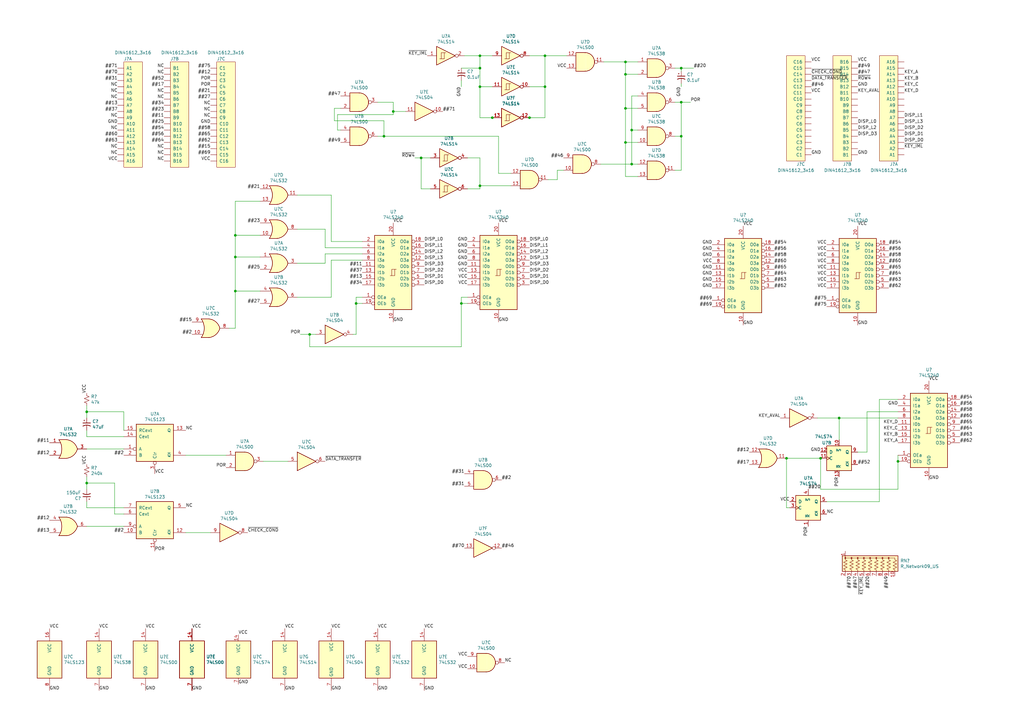
<source format=kicad_sch>
(kicad_sch (version 20230121) (generator eeschema)
  (paper "A3")
  (lib_symbols
    (symbol "74xx:74LS00" (pin_names (offset 1.016))
      (property "Reference" "U" (at 0 1.27 0))
      (property "Value" "74LS00" (at 0 -1.27 0))
      (symbol "74LS00_1_1"
        (pin input line (at -7.62 2.54 0) (length 3.81) (name "~") (number "1"))
        (pin input line (at -7.62 -2.54 0) (length 3.81) (name "~") (number "2"))
        (pin output inverted (at 7.62 0 180) (length 3.81) (name "~") (number "3"))
      )
      (symbol "74LS00_1_2"
        (pin input inverted (at -7.62 2.54 0) (length 4.318) (name "~") (number "1"))
        (pin input inverted (at -7.62 -2.54 0) (length 4.318) (name "~") (number "2"))
        (pin output line (at 7.62 0 180) (length 3.81) (name "~") (number "3"))
      )
      (symbol "74LS00_2_1"
        (pin input line (at -7.62 2.54 0) (length 3.81) (name "~") (number "4"))
        (pin input line (at -7.62 -2.54 0) (length 3.81) (name "~") (number "5"))
        (pin output inverted (at 7.62 0 180) (length 3.81) (name "~") (number "6"))
      )
      (symbol "74LS00_2_2"
        (pin input inverted (at -7.62 2.54 0) (length 4.318) (name "~") (number "4"))
        (pin input inverted (at -7.62 -2.54 0) (length 4.318) (name "~") (number "5"))
        (pin output line (at 7.62 0 180) (length 3.81) (name "~") (number "6"))
      )
      (symbol "74LS00_3_1"
        (pin input line (at -7.62 -2.54 0) (length 3.81) (name "~") (number "10"))
        (pin output inverted (at 7.62 0 180) (length 3.81) (name "~") (number "8"))
        (pin input line (at -7.62 2.54 0) (length 3.81) (name "~") (number "9"))
      )
      (symbol "74LS00_3_2"
        (pin input inverted (at -7.62 -2.54 0) (length 4.318) (name "~") (number "10"))
        (pin output line (at 7.62 0 180) (length 3.81) (name "~") (number "8"))
        (pin input inverted (at -7.62 2.54 0) (length 4.318) (name "~") (number "9"))
      )
      (symbol "74LS00_4_1"
        (pin output inverted (at 7.62 0 180) (length 3.81) (name "~") (number "11"))
        (pin input line (at -7.62 2.54 0) (length 3.81) (name "~") (number "12"))
        (pin input line (at -7.62 -2.54 0) (length 3.81) (name "~") (number "13"))
      )
      (symbol "74LS00_4_2"
        (pin output line (at 7.62 0 180) (length 3.81) (name "~") (number "11"))
        (pin input inverted (at -7.62 2.54 0) (length 4.318) (name "~") (number "12"))
        (pin input inverted (at -7.62 -2.54 0) (length 4.318) (name "~") (number "13"))
      )
      (symbol "74LS00_5_0"
        (pin power_in line (at 0 12.7 270) (length 5.08) (name "VCC") (number "14"))
        (pin power_in line (at 0 -12.7 90) (length 5.08) (name "GND") (number "7"))
      )
    )
    (symbol "74xx:74LS04"
      (property "Reference" "U" (at 0 1.27 0))
      (property "Value" "74LS04" (at 0 -1.27 0))
      (symbol "74LS04_1_0"
        (pin input line (at -7.62 0 0) (length 3.81) (name "~") (number "1"))
        (pin output inverted (at 7.62 0 180) (length 3.81) (name "~") (number "2"))
      )
      (symbol "74LS04_2_0"
        (pin input line (at -7.62 0 0) (length 3.81) (name "~") (number "3"))
        (pin output inverted (at 7.62 0 180) (length 3.81) (name "~") (number "4"))
      )
      (symbol "74LS04_3_0"
        (pin input line (at -7.62 0 0) (length 3.81) (name "~") (number "5"))
        (pin output inverted (at 7.62 0 180) (length 3.81) (name "~") (number "6"))
      )
      (symbol "74LS04_4_0"
        (pin output inverted (at 7.62 0 180) (length 3.81) (name "~") (number "8"))
        (pin input line (at -7.62 0 0) (length 3.81) (name "~") (number "9"))
      )
      (symbol "74LS04_5_0"
        (pin output inverted (at 7.62 0 180) (length 3.81) (name "~") (number "10"))
        (pin input line (at -7.62 0 0) (length 3.81) (name "~") (number "11"))
      )
      (symbol "74LS04_6_0"
        (pin output inverted (at 7.62 0 180) (length 3.81) (name "~") (number "12"))
        (pin input line (at -7.62 0 0) (length 3.81) (name "~") (number "13"))
      )
      (symbol "74LS04_7_0"
        (pin power_in line (at 0 12.7 270) (length 5.08) (name "VCC") (number "14"))
        (pin power_in line (at 0 -12.7 90) (length 5.08) (name "GND") (number "7"))
      )
    )
    (symbol "74xx:74LS123" (pin_names (offset 1.016))
      (property "Reference" "U" (at -7.62 8.89 0))
      (property "Value" "74LS123" (at -7.62 -8.89 0))
      (symbol "74LS123_1_0"
        (pin input inverted (at -12.7 -2.54 0) (length 5.08) (name "A") (number "1"))
        (pin output line (at 12.7 5.08 180) (length 5.08) (name "Q") (number "13"))
        (pin input line (at -12.7 2.54 0) (length 5.08) (name "Cext") (number "14"))
        (pin input line (at -12.7 5.08 0) (length 5.08) (name "RCext") (number "15"))
        (pin input line (at -12.7 -5.08 0) (length 5.08) (name "B") (number "2"))
        (pin input inverted (at 0 -12.7 90) (length 5.08) (name "Clr") (number "3"))
        (pin output line (at 12.7 -5.08 180) (length 5.08) (name "~{Q}") (number "4"))
      )
      (symbol "74LS123_2_0"
        (pin input line (at -12.7 -5.08 0) (length 5.08) (name "B") (number "10"))
        (pin input inverted (at 0 -12.7 90) (length 5.08) (name "Clr") (number "11"))
        (pin output line (at 12.7 -5.08 180) (length 5.08) (name "~{Q}") (number "12"))
        (pin output line (at 12.7 5.08 180) (length 5.08) (name "Q") (number "5"))
        (pin input line (at -12.7 2.54 0) (length 5.08) (name "Cext") (number "6"))
        (pin input line (at -12.7 5.08 0) (length 5.08) (name "RCext") (number "7"))
        (pin input inverted (at -12.7 -2.54 0) (length 5.08) (name "A") (number "9"))
      )
      (symbol "74LS123_3_0"
        (pin power_in line (at 0 12.7 270) (length 5.08) (name "VCC") (number "16"))
        (pin power_in line (at 0 -12.7 90) (length 5.08) (name "GND") (number "8"))
      )
    )
    (symbol "74xx:74LS14" (pin_names (offset 1.016))
      (property "Reference" "U" (at 0 1.27 0))
      (property "Value" "74LS14" (at 0 -1.27 0))
      (symbol "74LS14_1_0"
        (pin input line (at -7.62 0 0) (length 3.81) (name "~") (number "1"))
        (pin output inverted (at 7.62 0 180) (length 3.81) (name "~") (number "2"))
      )
      (symbol "74LS14_2_0"
        (pin input line (at -7.62 0 0) (length 3.81) (name "~") (number "3"))
        (pin output inverted (at 7.62 0 180) (length 3.81) (name "~") (number "4"))
      )
      (symbol "74LS14_3_0"
        (pin input line (at -7.62 0 0) (length 3.81) (name "~") (number "5"))
        (pin output inverted (at 7.62 0 180) (length 3.81) (name "~") (number "6"))
      )
      (symbol "74LS14_4_0"
        (pin output inverted (at 7.62 0 180) (length 3.81) (name "~") (number "8"))
        (pin input line (at -7.62 0 0) (length 3.81) (name "~") (number "9"))
      )
      (symbol "74LS14_5_0"
        (pin output inverted (at 7.62 0 180) (length 3.81) (name "~") (number "10"))
        (pin input line (at -7.62 0 0) (length 3.81) (name "~") (number "11"))
      )
      (symbol "74LS14_6_0"
        (pin output inverted (at 7.62 0 180) (length 3.81) (name "~") (number "12"))
        (pin input line (at -7.62 0 0) (length 3.81) (name "~") (number "13"))
      )
      (symbol "74LS14_7_0"
        (pin power_in line (at 0 12.7 270) (length 5.08) (name "VCC") (number "14"))
        (pin power_in line (at 0 -12.7 90) (length 5.08) (name "GND") (number "7"))
      )
    )
    (symbol "74xx:74LS240" (pin_names (offset 1.016))
      (property "Reference" "U" (at -7.62 16.51 0))
      (property "Value" "74LS240" (at -7.62 -16.51 0))
      (symbol "74LS240_1_0"
        (pin input inverted (at -12.7 -10.16 0) (length 5.08) (name "OEa") (number "1"))
        (pin power_in line (at 0 -20.32 90) (length 5.08) (name "GND") (number "10"))
        (pin input line (at -12.7 2.54 0) (length 5.08) (name "I0b") (number "11"))
        (pin tri_state inverted (at 12.7 5.08 180) (length 5.08) (name "O3a") (number "12"))
        (pin input line (at -12.7 0 0) (length 5.08) (name "I1b") (number "13"))
        (pin tri_state inverted (at 12.7 7.62 180) (length 5.08) (name "O2a") (number "14"))
        (pin input line (at -12.7 -2.54 0) (length 5.08) (name "I2b") (number "15"))
        (pin tri_state inverted (at 12.7 10.16 180) (length 5.08) (name "O1a") (number "16"))
        (pin input line (at -12.7 -5.08 0) (length 5.08) (name "I3b") (number "17"))
        (pin tri_state inverted (at 12.7 12.7 180) (length 5.08) (name "O0a") (number "18"))
        (pin input inverted (at -12.7 -12.7 0) (length 5.08) (name "OEb") (number "19"))
        (pin input line (at -12.7 12.7 0) (length 5.08) (name "I0a") (number "2"))
        (pin power_in line (at 0 20.32 270) (length 5.08) (name "VCC") (number "20"))
        (pin tri_state inverted (at 12.7 -5.08 180) (length 5.08) (name "O3b") (number "3"))
        (pin input line (at -12.7 10.16 0) (length 5.08) (name "I1a") (number "4"))
        (pin tri_state inverted (at 12.7 -2.54 180) (length 5.08) (name "O2b") (number "5"))
        (pin input line (at -12.7 7.62 0) (length 5.08) (name "I2a") (number "6"))
        (pin tri_state inverted (at 12.7 0 180) (length 5.08) (name "O1b") (number "7"))
        (pin input line (at -12.7 5.08 0) (length 5.08) (name "I3a") (number "8"))
        (pin tri_state inverted (at 12.7 2.54 180) (length 5.08) (name "O0b") (number "9"))
      )
    )
    (symbol "74xx:74LS32" (pin_names (offset 1.016))
      (property "Reference" "U" (at 0 1.27 0))
      (property "Value" "74LS32" (at 0 -1.27 0))
      (symbol "74LS32_1_1"
        (pin input line (at -7.62 2.54 0) (length 4.318) (name "~") (number "1"))
        (pin input line (at -7.62 -2.54 0) (length 4.318) (name "~") (number "2"))
        (pin output line (at 7.62 0 180) (length 3.81) (name "~") (number "3"))
      )
      (symbol "74LS32_1_2"
        (pin input inverted (at -7.62 2.54 0) (length 3.81) (name "~") (number "1"))
        (pin input inverted (at -7.62 -2.54 0) (length 3.81) (name "~") (number "2"))
        (pin output inverted (at 7.62 0 180) (length 3.81) (name "~") (number "3"))
      )
      (symbol "74LS32_2_1"
        (pin input line (at -7.62 2.54 0) (length 4.318) (name "~") (number "4"))
        (pin input line (at -7.62 -2.54 0) (length 4.318) (name "~") (number "5"))
        (pin output line (at 7.62 0 180) (length 3.81) (name "~") (number "6"))
      )
      (symbol "74LS32_2_2"
        (pin input inverted (at -7.62 2.54 0) (length 3.81) (name "~") (number "4"))
        (pin input inverted (at -7.62 -2.54 0) (length 3.81) (name "~") (number "5"))
        (pin output inverted (at 7.62 0 180) (length 3.81) (name "~") (number "6"))
      )
      (symbol "74LS32_3_1"
        (pin input line (at -7.62 -2.54 0) (length 4.318) (name "~") (number "10"))
        (pin output line (at 7.62 0 180) (length 3.81) (name "~") (number "8"))
        (pin input line (at -7.62 2.54 0) (length 4.318) (name "~") (number "9"))
      )
      (symbol "74LS32_3_2"
        (pin input inverted (at -7.62 -2.54 0) (length 3.81) (name "~") (number "10"))
        (pin output inverted (at 7.62 0 180) (length 3.81) (name "~") (number "8"))
        (pin input inverted (at -7.62 2.54 0) (length 3.81) (name "~") (number "9"))
      )
      (symbol "74LS32_4_1"
        (pin output line (at 7.62 0 180) (length 3.81) (name "~") (number "11"))
        (pin input line (at -7.62 2.54 0) (length 4.318) (name "~") (number "12"))
        (pin input line (at -7.62 -2.54 0) (length 4.318) (name "~") (number "13"))
      )
      (symbol "74LS32_4_2"
        (pin output inverted (at 7.62 0 180) (length 3.81) (name "~") (number "11"))
        (pin input inverted (at -7.62 2.54 0) (length 3.81) (name "~") (number "12"))
        (pin input inverted (at -7.62 -2.54 0) (length 3.81) (name "~") (number "13"))
      )
      (symbol "74LS32_5_0"
        (pin power_in line (at 0 12.7 270) (length 5.08) (name "VCC") (number "14"))
        (pin power_in line (at 0 -12.7 90) (length 5.08) (name "GND") (number "7"))
      )
    )
    (symbol "74xx:74LS38" (pin_names (offset 1.016))
      (property "Reference" "U" (at 0 1.27 0))
      (property "Value" "74LS38" (at 0 -1.27 0))
      (symbol "74LS38_1_1"
        (pin input line (at -7.62 2.54 0) (length 3.81) (name "~") (number "1"))
        (pin input line (at -7.62 -2.54 0) (length 3.81) (name "~") (number "2"))
        (pin open_collector inverted (at 7.62 0 180) (length 3.81) (name "~") (number "3"))
      )
      (symbol "74LS38_1_2"
        (pin input inverted (at -7.62 2.54 0) (length 4.318) (name "~") (number "1"))
        (pin input inverted (at -7.62 -2.54 0) (length 4.318) (name "~") (number "2"))
        (pin open_collector line (at 7.62 0 180) (length 3.81) (name "~") (number "3"))
      )
      (symbol "74LS38_2_1"
        (pin input line (at -7.62 2.54 0) (length 3.81) (name "~") (number "4"))
        (pin input line (at -7.62 -2.54 0) (length 3.81) (name "~") (number "5"))
        (pin open_collector inverted (at 7.62 0 180) (length 3.81) (name "~") (number "6"))
      )
      (symbol "74LS38_2_2"
        (pin input inverted (at -7.62 2.54 0) (length 4.318) (name "~") (number "4"))
        (pin input inverted (at -7.62 -2.54 0) (length 4.318) (name "~") (number "5"))
        (pin open_collector line (at 7.62 0 180) (length 3.81) (name "~") (number "6"))
      )
      (symbol "74LS38_3_1"
        (pin input line (at -7.62 -2.54 0) (length 3.81) (name "~") (number "10"))
        (pin open_collector inverted (at 7.62 0 180) (length 3.81) (name "~") (number "8"))
        (pin input line (at -7.62 2.54 0) (length 3.81) (name "~") (number "9"))
      )
      (symbol "74LS38_3_2"
        (pin input inverted (at -7.62 -2.54 0) (length 4.318) (name "~") (number "10"))
        (pin open_collector line (at 7.62 0 180) (length 3.81) (name "~") (number "8"))
        (pin input inverted (at -7.62 2.54 0) (length 4.318) (name "~") (number "9"))
      )
      (symbol "74LS38_4_1"
        (pin open_collector inverted (at 7.62 0 180) (length 3.81) (name "~") (number "11"))
        (pin input line (at -7.62 2.54 0) (length 3.81) (name "~") (number "12"))
        (pin input line (at -7.62 -2.54 0) (length 3.81) (name "~") (number "13"))
      )
      (symbol "74LS38_4_2"
        (pin open_collector line (at 7.62 0 180) (length 3.81) (name "~") (number "11"))
        (pin input inverted (at -7.62 2.54 0) (length 4.318) (name "~") (number "12"))
        (pin input inverted (at -7.62 -2.54 0) (length 4.318) (name "~") (number "13"))
      )
      (symbol "74LS38_5_0"
        (pin power_in line (at 0 12.7 270) (length 5.08) (name "VCC") (number "14"))
        (pin power_in line (at 0 -12.7 90) (length 5.08) (name "GND") (number "7"))
      )
    )
    (symbol "74xx:74LS74" (pin_names (offset 1.016))
      (property "Reference" "U" (at -7.62 8.89 0))
      (property "Value" "74LS74" (at -7.62 -8.89 0))
      (symbol "74LS74_1_0"
        (pin input line (at 0 -7.62 90) (length 2.54) (name "~{R}") (number "1"))
        (pin input line (at -7.62 2.54 0) (length 2.54) (name "D") (number "2"))
        (pin input clock (at -7.62 0 0) (length 2.54) (name "C") (number "3"))
        (pin input line (at 0 7.62 270) (length 2.54) (name "~{S}") (number "4"))
        (pin output line (at 7.62 2.54 180) (length 2.54) (name "Q") (number "5"))
        (pin output line (at 7.62 -2.54 180) (length 2.54) (name "~{Q}") (number "6"))
      )
      (symbol "74LS74_2_0"
        (pin input line (at 0 7.62 270) (length 2.54) (name "~{S}") (number "10"))
        (pin input clock (at -7.62 0 0) (length 2.54) (name "C") (number "11"))
        (pin input line (at -7.62 2.54 0) (length 2.54) (name "D") (number "12"))
        (pin input line (at 0 -7.62 90) (length 2.54) (name "~{R}") (number "13"))
        (pin output line (at 7.62 -2.54 180) (length 2.54) (name "~{Q}") (number "8"))
        (pin output line (at 7.62 2.54 180) (length 2.54) (name "Q") (number "9"))
      )
      (symbol "74LS74_3_0"
        (pin power_in line (at 0 10.16 270) (length 2.54) (name "VCC") (number "14"))
        (pin power_in line (at 0 -10.16 90) (length 2.54) (name "GND") (number "7"))
      )
    )
    (symbol "Device:C_Polarized_Small_US" (pin_numbers hide) (pin_names (offset 0.254) hide)
      (property "Reference" "C" (at 0.254 1.778 0))
      (property "Value" "C_Polarized_Small_US" (at 0.254 -2.032 0))
      (symbol "C_Polarized_Small_US_1_1"
        (pin passive line (at 0 2.54 270) (length 2.032) (name "~") (number "1"))
        (pin passive line (at 0 -2.54 90) (length 2.032) (name "~") (number "2"))
      )
    )
    (symbol "Device:R_Network09_US" (pin_names (offset 0) hide)
      (property "Reference" "RN" (at -12.7 0 90))
      (property "Value" "R_Network09_US" (at 12.7 0 90))
      (symbol "R_Network09_US_1_1"
        (pin passive line (at -10.16 5.08 270) (length 2.54) (name "common") (number "1"))
        (pin passive line (at 10.16 -5.08 90) (length 1.27) (name "R9") (number "10"))
        (pin passive line (at -10.16 -5.08 90) (length 1.27) (name "R1") (number "2"))
        (pin passive line (at -7.62 -5.08 90) (length 1.27) (name "R2") (number "3"))
        (pin passive line (at -5.08 -5.08 90) (length 1.27) (name "R3") (number "4"))
        (pin passive line (at -2.54 -5.08 90) (length 1.27) (name "R4") (number "5"))
        (pin passive line (at 0 -5.08 90) (length 1.27) (name "R5") (number "6"))
        (pin passive line (at 2.54 -5.08 90) (length 1.27) (name "R6") (number "7"))
        (pin passive line (at 5.08 -5.08 90) (length 1.27) (name "R7") (number "8"))
        (pin passive line (at 7.62 -5.08 90) (length 1.27) (name "R8") (number "9"))
      )
    )
    (symbol "Device:R_Small_US" (pin_numbers hide) (pin_names (offset 0.254) hide)
      (property "Reference" "R" (at 0.762 0.508 0))
      (property "Value" "R_Small_US" (at 0.762 -1.016 0))
      (symbol "R_Small_US_1_1"
        (pin passive line (at 0 2.54 270) (length 1.016) (name "~") (number "1"))
        (pin passive line (at 0 -2.54 90) (length 1.016) (name "~") (number "2"))
      )
    )
    (symbol "custom:DIN41612_3x16" (pin_names (offset 1.016))
      (property "Reference" "J" (at 0 -2.54 0))
      (property "Value" "DIN41612_3x16" (at 0 0 0))
      (symbol "DIN41612_3x16_1_1"
        (pin unspecified line (at -6.35 -6.35 0) (length 2.54) (name "A1") (number "~"))
        (pin unspecified line (at -6.35 -29.21 0) (length 2.54) (name "A10") (number "~"))
        (pin unspecified line (at -6.35 -31.75 0) (length 2.54) (name "A11") (number "~"))
        (pin unspecified line (at -6.35 -34.29 0) (length 2.54) (name "A12") (number "~"))
        (pin unspecified line (at -6.35 -36.83 0) (length 2.54) (name "A13") (number "~"))
        (pin unspecified line (at -6.35 -39.37 0) (length 2.54) (name "A14") (number "~"))
        (pin unspecified line (at -6.35 -41.91 0) (length 2.54) (name "A15") (number "~"))
        (pin unspecified line (at -6.35 -44.45 0) (length 2.54) (name "A16") (number "~"))
        (pin unspecified line (at -6.35 -8.89 0) (length 2.54) (name "A2") (number "~"))
        (pin unspecified line (at -6.35 -11.43 0) (length 2.54) (name "A3") (number "~"))
        (pin unspecified line (at -6.35 -13.97 0) (length 2.54) (name "A4") (number "~"))
        (pin unspecified line (at -6.35 -16.51 0) (length 2.54) (name "A5") (number "~"))
        (pin unspecified line (at -6.35 -19.05 0) (length 2.54) (name "A6") (number "~"))
        (pin unspecified line (at -6.35 -21.59 0) (length 2.54) (name "A7") (number "~"))
        (pin unspecified line (at -6.35 -24.13 0) (length 2.54) (name "A8") (number "~"))
        (pin unspecified line (at -6.35 -26.67 0) (length 2.54) (name "A9") (number "~"))
      )
      (symbol "DIN41612_3x16_2_1"
        (pin unspecified line (at -6.35 -6.35 0) (length 2.54) (name "B1") (number "~"))
        (pin unspecified line (at -6.35 -29.21 0) (length 2.54) (name "B10") (number "~"))
        (pin unspecified line (at -6.35 -31.75 0) (length 2.54) (name "B11") (number "~"))
        (pin unspecified line (at -6.35 -34.29 0) (length 2.54) (name "B12") (number "~"))
        (pin unspecified line (at -6.35 -36.83 0) (length 2.54) (name "B13") (number "~"))
        (pin unspecified line (at -6.35 -39.37 0) (length 2.54) (name "B14") (number "~"))
        (pin unspecified line (at -6.35 -41.91 0) (length 2.54) (name "B15") (number "~"))
        (pin unspecified line (at -6.35 -44.45 0) (length 2.54) (name "B16") (number "~"))
        (pin unspecified line (at -6.35 -8.89 0) (length 2.54) (name "B2") (number "~"))
        (pin unspecified line (at -6.35 -11.43 0) (length 2.54) (name "B3") (number "~"))
        (pin unspecified line (at -6.35 -13.97 0) (length 2.54) (name "B4") (number "~"))
        (pin unspecified line (at -6.35 -16.51 0) (length 2.54) (name "B5") (number "~"))
        (pin unspecified line (at -6.35 -19.05 0) (length 2.54) (name "B6") (number "~"))
        (pin unspecified line (at -6.35 -21.59 0) (length 2.54) (name "B7") (number "~"))
        (pin unspecified line (at -6.35 -24.13 0) (length 2.54) (name "B8") (number "~"))
        (pin unspecified line (at -6.35 -26.67 0) (length 2.54) (name "B9") (number "~"))
      )
      (symbol "DIN41612_3x16_3_1"
        (pin unspecified line (at -6.35 -6.35 0) (length 2.54) (name "C1") (number "~"))
        (pin unspecified line (at -6.35 -29.21 0) (length 2.54) (name "C10") (number "~"))
        (pin unspecified line (at -6.35 -31.75 0) (length 2.54) (name "C11") (number "~"))
        (pin unspecified line (at -6.35 -34.29 0) (length 2.54) (name "C12") (number "~"))
        (pin unspecified line (at -6.35 -36.83 0) (length 2.54) (name "C13") (number "~"))
        (pin unspecified line (at -6.35 -39.37 0) (length 2.54) (name "C14") (number "~"))
        (pin unspecified line (at -6.35 -41.91 0) (length 2.54) (name "C15") (number "~"))
        (pin unspecified line (at -6.35 -44.45 0) (length 2.54) (name "C16") (number "~"))
        (pin unspecified line (at -6.35 -8.89 0) (length 2.54) (name "C2") (number "~"))
        (pin unspecified line (at -6.35 -11.43 0) (length 2.54) (name "C3") (number "~"))
        (pin unspecified line (at -6.35 -13.97 0) (length 2.54) (name "C4") (number "~"))
        (pin unspecified line (at -6.35 -16.51 0) (length 2.54) (name "C5") (number "~"))
        (pin unspecified line (at -6.35 -19.05 0) (length 2.54) (name "C6") (number "~"))
        (pin unspecified line (at -6.35 -21.59 0) (length 2.54) (name "C7") (number "~"))
        (pin unspecified line (at -6.35 -24.13 0) (length 2.54) (name "C8") (number "~"))
        (pin unspecified line (at -6.35 -26.67 0) (length 2.54) (name "C9") (number "~"))
      )
    )
  )
  (junction (at 256.54 25.4))
  (junction (at 259.08 53.34))
  (junction (at 223.52 35.56))
  (junction (at 157.48 55.88))
  (junction (at 344.17 171.45))
  (junction (at 196.85 27.94))
  (junction (at 259.08 67.31))
  (junction (at 279.4 27.94))
  (junction (at 279.4 55.88))
  (junction (at 146.05 124.46))
  (junction (at 35.56 168.91))
  (junction (at 256.54 44.45))
  (junction (at 201.93 48.26))
  (junction (at 189.23 124.46))
  (junction (at 96.52 96.52))
  (junction (at 96.52 105.41))
  (junction (at 279.4 41.91))
  (junction (at 368.3 189.23))
  (junction (at 336.55 187.96))
  (junction (at 196.85 35.56))
  (junction (at 256.54 30.48))
  (junction (at 256.54 58.42))
  (junction (at 161.29 45.72))
  (junction (at 96.52 119.38))
  (junction (at 217.17 48.26))
  (junction (at 127 137.16))
  (junction (at 172.72 64.77))
  (junction (at 196.85 76.2))
  (junction (at 196.85 22.86))
  (junction (at 322.58 187.96))
  (junction (at 223.52 22.86))
  (junction (at 35.56 198.12))
  (wire (pts (xy 223.52 35.56) (xy 217.17 35.56)))
  (wire (pts (xy 204.47 71.12) (xy 209.55 71.12)))
  (wire (pts (xy 161.29 45.72) (xy 166.37 45.72)))
  (wire (pts (xy 223.52 22.86) (xy 217.17 22.86)))
  (wire (pts (xy 261.62 58.42) (xy 256.54 58.42)))
  (wire (pts (xy 196.85 22.86) (xy 201.93 22.86)))
  (wire (pts (xy 196.85 22.86) (xy 196.85 27.94)))
  (wire (pts (xy 344.17 171.45) (xy 368.3 171.45)))
  (wire (pts (xy 259.08 39.37) (xy 261.62 39.37)))
  (wire (pts (xy 189.23 27.94) (xy 196.85 27.94)))
  (wire (pts (xy 146.05 137.16) (xy 146.05 124.46)))
  (wire (pts (xy 355.6 168.91) (xy 355.6 185.42)))
  (wire (pts (xy 96.52 119.38) (xy 96.52 105.41)))
  (wire (pts (xy 137.16 44.45) (xy 137.16 49.53)))
  (wire (pts (xy 189.23 124.46) (xy 191.77 124.46)))
  (wire (pts (xy 189.23 124.46) (xy 189.23 142.24)))
  (wire (pts (xy 261.62 30.48) (xy 256.54 30.48)))
  (wire (pts (xy 201.93 48.26) (xy 196.85 48.26)))
  (wire (pts (xy 246.38 67.31) (xy 259.08 67.31)))
  (wire (pts (xy 322.58 208.28) (xy 323.85 208.28)))
  (wire (pts (xy 360.68 205.74) (xy 360.68 163.83)))
  (wire (pts (xy 256.54 58.42) (xy 256.54 44.45)))
  (wire (pts (xy 157.48 49.53) (xy 157.48 55.88)))
  (wire (pts (xy 96.52 134.62) (xy 93.98 134.62)))
  (wire (pts (xy 157.48 55.88) (xy 204.47 55.88)))
  (wire (pts (xy 146.05 124.46) (xy 146.05 121.92)))
  (wire (pts (xy 223.52 22.86) (xy 223.52 35.56)))
  (wire (pts (xy 256.54 25.4) (xy 261.62 25.4)))
  (wire (pts (xy 217.17 48.26) (xy 223.52 48.26)))
  (wire (pts (xy 139.7 53.34) (xy 138.43 53.34)))
  (wire (pts (xy 146.05 124.46) (xy 148.59 124.46)))
  (wire (pts (xy 196.85 35.56) (xy 201.93 35.56)))
  (wire (pts (xy 232.41 22.86) (xy 223.52 22.86)))
  (wire (pts (xy 279.4 35.56) (xy 279.4 34.29)))
  (wire (pts (xy 133.35 93.98) (xy 133.35 101.6)))
  (wire (pts (xy 279.4 55.88) (xy 276.86 55.88)))
  (wire (pts (xy 50.8 168.91) (xy 35.56 168.91)))
  (wire (pts (xy 135.89 106.68) (xy 148.59 106.68)))
  (wire (pts (xy 204.47 55.88) (xy 204.47 71.12)))
  (wire (pts (xy 170.18 64.77) (xy 172.72 64.77)))
  (wire (pts (xy 76.2 218.44) (xy 86.36 218.44)))
  (wire (pts (xy 135.89 80.01) (xy 135.89 99.06)))
  (wire (pts (xy 35.56 184.15) (xy 50.8 184.15)))
  (wire (pts (xy 261.62 72.39) (xy 256.54 72.39)))
  (wire (pts (xy 138.43 46.99) (xy 161.29 46.99)))
  (wire (pts (xy 368.3 189.23) (xy 368.3 200.66)))
  (wire (pts (xy 256.54 30.48) (xy 256.54 25.4)))
  (wire (pts (xy 189.23 35.56) (xy 189.23 33.02)))
  (wire (pts (xy 121.92 107.95) (xy 133.35 107.95)))
  (wire (pts (xy 96.52 96.52) (xy 96.52 105.41)))
  (wire (pts (xy 133.35 107.95) (xy 133.35 104.14)))
  (wire (pts (xy 259.08 53.34) (xy 259.08 39.37)))
  (wire (pts (xy 154.94 41.91) (xy 161.29 41.91)))
  (wire (pts (xy 190.5 22.86) (xy 196.85 22.86)))
  (wire (pts (xy 279.4 69.85) (xy 279.4 55.88)))
  (wire (pts (xy 322.58 187.96) (xy 322.58 208.28)))
  (wire (pts (xy 121.92 93.98) (xy 133.35 93.98)))
  (wire (pts (xy 139.7 44.45) (xy 137.16 44.45)))
  (wire (pts (xy 121.92 80.01) (xy 135.89 80.01)))
  (wire (pts (xy 35.56 198.12) (xy 35.56 200.66)))
  (wire (pts (xy 196.85 76.2) (xy 196.85 77.47)))
  (wire (pts (xy 106.68 119.38) (xy 96.52 119.38)))
  (wire (pts (xy 196.85 27.94) (xy 196.85 35.56)))
  (wire (pts (xy 35.56 168.91) (xy 35.56 171.45)))
  (wire (pts (xy 228.6 69.85) (xy 231.14 69.85)))
  (wire (pts (xy 135.89 99.06) (xy 148.59 99.06)))
  (wire (pts (xy 279.4 29.21) (xy 279.4 27.94)))
  (wire (pts (xy 196.85 48.26) (xy 196.85 35.56)))
  (wire (pts (xy 196.85 64.77) (xy 196.85 76.2)))
  (wire (pts (xy 360.68 163.83) (xy 368.3 163.83)))
  (wire (pts (xy 50.8 176.53) (xy 50.8 168.91)))
  (wire (pts (xy 146.05 121.92) (xy 148.59 121.92)))
  (wire (pts (xy 261.62 44.45) (xy 256.54 44.45)))
  (wire (pts (xy 259.08 53.34) (xy 261.62 53.34)))
  (wire (pts (xy 107.95 189.23) (xy 118.11 189.23)))
  (wire (pts (xy 322.58 187.96) (xy 336.55 187.96)))
  (wire (pts (xy 256.54 72.39) (xy 256.54 58.42)))
  (wire (pts (xy 138.43 53.34) (xy 138.43 46.99)))
  (wire (pts (xy 46.99 198.12) (xy 35.56 198.12)))
  (wire (pts (xy 196.85 77.47) (xy 191.77 77.47)))
  (wire (pts (xy 96.52 96.52) (xy 106.68 96.52)))
  (wire (pts (xy 259.08 67.31) (xy 261.62 67.31)))
  (wire (pts (xy 224.79 73.66) (xy 228.6 73.66)))
  (wire (pts (xy 35.56 215.9) (xy 50.8 215.9)))
  (wire (pts (xy 35.56 205.74) (xy 35.56 208.28)))
  (wire (pts (xy 276.86 27.94) (xy 279.4 27.94)))
  (wire (pts (xy 137.16 49.53) (xy 157.48 49.53)))
  (wire (pts (xy 35.56 166.37) (xy 35.56 168.91)))
  (wire (pts (xy 106.68 82.55) (xy 96.52 82.55)))
  (wire (pts (xy 46.99 210.82) (xy 46.99 198.12)))
  (wire (pts (xy 161.29 41.91) (xy 161.29 45.72)))
  (wire (pts (xy 189.23 121.92) (xy 189.23 124.46)))
  (wire (pts (xy 135.89 121.92) (xy 135.89 106.68)))
  (wire (pts (xy 35.56 179.07) (xy 50.8 179.07)))
  (wire (pts (xy 189.23 142.24) (xy 127 142.24)))
  (wire (pts (xy 96.52 119.38) (xy 96.52 134.62)))
  (wire (pts (xy 96.52 105.41) (xy 106.68 105.41)))
  (wire (pts (xy 228.6 73.66) (xy 228.6 69.85)))
  (wire (pts (xy 247.65 25.4) (xy 256.54 25.4)))
  (wire (pts (xy 154.94 55.88) (xy 157.48 55.88)))
  (wire (pts (xy 161.29 46.99) (xy 161.29 45.72)))
  (wire (pts (xy 279.4 41.91) (xy 279.4 55.88)))
  (wire (pts (xy 144.78 137.16) (xy 146.05 137.16)))
  (wire (pts (xy 35.56 176.53) (xy 35.56 179.07)))
  (wire (pts (xy 123.19 137.16) (xy 127 137.16)))
  (wire (pts (xy 172.72 64.77) (xy 176.53 64.77)))
  (wire (pts (xy 191.77 121.92) (xy 189.23 121.92)))
  (wire (pts (xy 133.35 104.14) (xy 148.59 104.14)))
  (wire (pts (xy 368.3 168.91) (xy 355.6 168.91)))
  (wire (pts (xy 209.55 76.2) (xy 196.85 76.2)))
  (wire (pts (xy 336.55 200.66) (xy 336.55 187.96)))
  (wire (pts (xy 283.21 41.91) (xy 279.4 41.91)))
  (wire (pts (xy 344.17 171.45) (xy 344.17 180.34)))
  (wire (pts (xy 279.4 27.94) (xy 284.48 27.94)))
  (wire (pts (xy 276.86 41.91) (xy 279.4 41.91)))
  (wire (pts (xy 50.8 210.82) (xy 46.99 210.82)))
  (wire (pts (xy 256.54 44.45) (xy 256.54 30.48)))
  (wire (pts (xy 127 137.16) (xy 129.54 137.16)))
  (wire (pts (xy 276.86 69.85) (xy 279.4 69.85)))
  (wire (pts (xy 368.3 200.66) (xy 336.55 200.66)))
  (wire (pts (xy 121.92 121.92) (xy 135.89 121.92)))
  (wire (pts (xy 335.28 171.45) (xy 344.17 171.45)))
  (wire (pts (xy 172.72 64.77) (xy 172.72 77.47)))
  (wire (pts (xy 223.52 48.26) (xy 223.52 35.56)))
  (wire (pts (xy 339.09 205.74) (xy 360.68 205.74)))
  (wire (pts (xy 96.52 82.55) (xy 96.52 96.52)))
  (wire (pts (xy 368.3 186.69) (xy 368.3 189.23)))
  (wire (pts (xy 35.56 195.58) (xy 35.56 198.12)))
  (wire (pts (xy 127 142.24) (xy 127 137.16)))
  (wire (pts (xy 76.2 186.69) (xy 92.71 186.69)))
  (wire (pts (xy 191.77 64.77) (xy 196.85 64.77)))
  (wire (pts (xy 35.56 208.28) (xy 50.8 208.28)))
  (wire (pts (xy 355.6 185.42) (xy 351.79 185.42)))
  (wire (pts (xy 172.72 77.47) (xy 176.53 77.47)))
  (wire (pts (xy 133.35 101.6) (xy 148.59 101.6)))
  (wire (pts (xy 259.08 67.31) (xy 259.08 53.34)))
  (label "##31" (at 190.5 199.39 180))
  (label "POR" (at 92.71 191.77 180))
  (label "##21" (at 86.36 38.1 180))
  (label "VCC" (at 323.85 205.74 180))
  (label "POR" (at 123.19 137.16 180))
  (label "##56" (at 364.49 102.87 0))
  (label "POR" (at 344.17 195.58 270))
  (label "##65" (at 393.7 173.99 0))
  (label "GND" (at 189.23 35.56 270))
  (label "##69" (at 86.36 63.5 180))
  (label "##65" (at 364.49 110.49 0))
  (label "##64" (at 317.5 113.03 0))
  (label "VCC" (at 339.09 113.03 180))
  (label "VCC" (at 135.89 257.81 0))
  (label "##56" (at 67.31 55.88 180))
  (label "##58" (at 393.7 168.91 0))
  (label "GND" (at 97.79 280.67 0))
  (label "GND" (at 351.79 133.35 0))
  (label "GND" (at 161.29 132.08 0))
  (label "##56" (at 317.5 102.87 0))
  (label "GND" (at 78.74 283.21 0))
  (label "VCC" (at 232.41 27.94 180))
  (label "GND" (at 292.1 113.03 180))
  (label "VCC" (at 191.77 274.32 180))
  (label "NC" (at 67.31 60.96 180))
  (label "DISP_L3" (at 217.17 106.68 0))
  (label "##49" (at 139.7 58.42 180))
  (label "##34" (at 67.31 43.18 180))
  (label "GND" (at 351.79 63.5 0))
  (label "##11" (at 20.32 181.61 180))
  (label "GND" (at 292.1 110.49 180))
  (label "GND" (at 292.1 118.11 180))
  (label "VCC" (at 48.26 66.04 180))
  (label "DISP_D1" (at 370.84 55.88 0))
  (label "##47" (at 351.79 236.22 270))
  (label "KEY_D" (at 368.3 173.99 180))
  (label "##54" (at 393.7 163.83 0))
  (label "##49" (at 364.49 236.22 270))
  (label "##52" (at 351.79 190.5 0))
  (label "##64" (at 364.49 113.03 0))
  (label "GND" (at 20.32 283.21 0))
  (label "##62" (at 364.49 118.11 0))
  (label "GND" (at 154.94 283.21 0))
  (label "GND" (at 292.1 105.41 180))
  (label "GND" (at 59.69 283.21 0))
  (label "VCC" (at 339.09 115.57 180))
  (label "VCC" (at 304.8 92.71 0))
  (label "##2" (at 78.74 137.16 180))
  (label "##65" (at 317.5 110.49 0))
  (label "KEY_AVAL" (at 351.79 38.1 0))
  (label "GND" (at 292.1 100.33 180))
  (label "VCC" (at 339.09 110.49 180))
  (label "##75" (at 86.36 27.94 180))
  (label "~{DATA_TRANSFER}" (at 332.74 33.02 0))
  (label "##25" (at 106.68 110.49 180))
  (label "GND" (at 116.84 283.21 0))
  (label "##62" (at 393.7 181.61 0))
  (label "KEY_B" (at 370.84 33.02 0))
  (label "NC" (at 86.36 48.26 180))
  (label "VCC" (at 35.56 190.5 90))
  (label "##31" (at 48.26 33.02 180))
  (label "GND" (at 40.64 283.21 0))
  (label "GND" (at 279.4 35.56 270))
  (label "DISP_D3" (at 217.17 109.22 0))
  (label "VCC" (at 381 156.21 0))
  (label "##47" (at 139.7 39.37 180))
  (label "##11" (at 148.59 109.22 180))
  (label "POR" (at 86.36 33.02 180))
  (label "##12" (at 86.36 30.48 180))
  (label "##27" (at 86.36 40.64 180))
  (label "##15" (at 78.74 132.08 180))
  (label "##46" (at 231.14 64.77 180))
  (label "##58" (at 86.36 53.34 180))
  (label "POR" (at 63.5 226.06 0))
  (label "##17" (at 307.34 190.5 180))
  (label "NC" (at 86.36 43.18 180))
  (label "DISP_D1" (at 173.99 114.3 0))
  (label "##23" (at 106.68 91.44 180))
  (label "NC" (at 67.31 63.5 180))
  (label "##70" (at 48.26 30.48 180))
  (label "VCC" (at 86.36 66.04 180))
  (label "DISP_D2" (at 370.84 53.34 0))
  (label "##69" (at 292.1 125.73 180))
  (label "##2" (at 50.8 218.44 180))
  (label "POR" (at 283.21 41.91 0))
  (label "GND" (at 135.89 283.21 0))
  (label "##62" (at 86.36 58.42 180))
  (label "~{ROW4}" (at 351.79 33.02 0))
  (label "##54" (at 364.49 100.33 0))
  (label "##64" (at 67.31 58.42 180))
  (label "##70" (at 190.5 224.79 180))
  (label "##65" (at 86.36 55.88 180))
  (label "VCC" (at 191.77 114.3 180))
  (label "NC" (at 76.2 208.28 0))
  (label "##60" (at 364.49 107.95 0))
  (label "##75" (at 339.09 123.19 180))
  (label "DISP_D1" (at 217.17 114.3 0))
  (label "##13" (at 148.59 114.3 180))
  (label "##63" (at 393.7 179.07 0))
  (label "##12" (at 20.32 213.36 180))
  (label "NC" (at 48.26 40.64 180))
  (label "VCC" (at 332.74 25.4 0))
  (label "VCC" (at 191.77 269.24 180))
  (label "VCC" (at 292.1 107.95 180))
  (label "NC" (at 67.31 38.1 180))
  (label "DISP_L2" (at 351.79 53.34 0))
  (label "GND" (at 292.1 115.57 180))
  (label "##75" (at 339.09 125.73 180))
  (label "VCC" (at 35.56 161.29 90))
  (label "##11" (at 67.31 48.26 180))
  (label "GND" (at 368.3 166.37 180))
  (label "VCC" (at 339.09 107.95 180))
  (label "GND" (at 336.55 185.42 180))
  (label "VCC" (at 161.29 91.44 0))
  (label "POR" (at 86.36 35.56 180))
  (label "NC" (at 339.09 210.82 0))
  (label "NC" (at 48.26 48.26 180))
  (label "##56" (at 393.7 166.37 0))
  (label "VCC" (at 59.69 257.81 0))
  (label "##27" (at 106.68 124.46 180))
  (label "##54" (at 67.31 53.34 180))
  (label "##20" (at 331.47 200.66 0))
  (label "DISP_D0" (at 217.17 116.84 0))
  (label "NC" (at 48.26 63.5 180))
  (label "GND" (at 191.77 99.06 180))
  (label "##21" (at 106.68 77.47 180))
  (label "GND" (at 191.77 109.22 180))
  (label "##2" (at 50.8 186.69 180))
  (label "##13" (at 20.32 218.44 180))
  (label "KEY_C" (at 368.3 176.53 180))
  (label "NC" (at 67.31 66.04 180))
  (label "DISP_L2" (at 217.17 104.14 0))
  (label "##20" (at 284.48 27.94 0))
  (label "##23" (at 67.31 45.72 180))
  (label "GND" (at 48.26 50.8 180))
  (label "##13" (at 48.26 43.18 180))
  (label "~{KEY_IML}" (at 175.26 22.86 180))
  (label "DISP_L3" (at 173.99 106.68 0))
  (label "KEY_B" (at 368.3 179.07 180))
  (label "##58" (at 364.49 105.41 0))
  (label "VCC" (at 339.09 118.11 180))
  (label "DISP_D2" (at 217.17 111.76 0))
  (label "##64" (at 393.7 176.53 0))
  (label "NC" (at 76.2 176.53 0))
  (label "~{CHECK_COND}" (at 332.74 30.48 0))
  (label "##47" (at 351.79 30.48 0))
  (label "KEY_A" (at 368.3 181.61 180))
  (label "DISP_L1" (at 173.99 101.6 0))
  (label "VCC" (at 173.99 257.81 0))
  (label "VCC" (at 191.77 111.76 180))
  (label "NC" (at 67.31 30.48 180))
  (label "~{KEY_IML}" (at 370.84 60.96 0))
  (label "VCC" (at 204.47 91.44 0))
  (label "KEY_D" (at 370.84 38.1 0))
  (label "##58" (at 317.5 105.41 0))
  (label "NC" (at 48.26 60.96 180))
  (label "##31" (at 190.5 194.31 180))
  (label "VCC" (at 63.5 194.31 0))
  (label "NC" (at 207.01 271.78 0))
  (label "##34" (at 148.59 116.84 180))
  (label "KEY_A" (at 370.84 30.48 0))
  (label "NC" (at 48.26 38.1 180))
  (label "##63" (at 317.5 115.57 0))
  (label "##15" (at 86.36 60.96 180))
  (label "##2" (at 205.74 196.85 0))
  (label "##37" (at 148.59 111.76 180))
  (label "##46" (at 332.74 35.56 0))
  (label "##69" (at 292.1 123.19 180))
  (label "NC" (at 48.26 53.34 180))
  (label "VCC" (at 154.94 257.81 0))
  (label "GND" (at 204.47 132.08 0))
  (label "~{KEY_IML}" (at 354.33 236.22 270))
  (label "##52" (at 67.31 33.02 180))
  (label "GND" (at 381 196.85 0))
  (label "DISP_L1" (at 370.84 48.26 0))
  (label "GND" (at 191.77 106.68 180))
  (label "GND" (at 292.1 102.87 180))
  (label "NC" (at 67.31 40.64 180))
  (label "DISP_L0" (at 173.99 99.06 0))
  (label "GND" (at 332.74 63.5 0))
  (label "##60" (at 393.7 171.45 0))
  (label "##71" (at 48.26 27.94 180))
  (label "DISP_L0" (at 217.17 99.06 0))
  (label "VCC" (at 191.77 116.84 180))
  (label "GND" (at 191.77 101.6 180))
  (label "GND" (at 191.77 104.14 180))
  (label "GND" (at 351.79 35.56 0))
  (label "DISP_D3" (at 351.79 55.88 0))
  (label "GND" (at 304.8 133.35 0))
  (label "GND" (at 173.99 283.21 0))
  (label "~{DATA_TRANSFER}" (at 133.35 189.23 0))
  (label "VCC" (at 351.79 92.71 0))
  (label "DISP_D0" (at 173.99 116.84 0))
  (label "VCC" (at 116.84 257.81 0))
  (label "NC" (at 48.26 35.56 180))
  (label "DISP_D0" (at 370.84 58.42 0))
  (label "GND" (at 86.36 50.8 180))
  (label "VCC" (at 20.32 257.81 0))
  (label "POR" (at 331.47 215.9 270))
  (label "DISP_L1" (at 217.17 101.6 0))
  (label "VCC" (at 339.09 100.33 180))
  (label "##54" (at 317.5 100.33 0))
  (label "##70" (at 349.25 236.22 270))
  (label "##60" (at 48.26 55.88 180))
  (label "VCC" (at 332.74 38.1 0))
  (label "KEY_AVAL" (at 320.04 171.45 180))
  (label "NC" (at 86.36 45.72 180))
  (label "VCC" (at 339.09 105.41 180))
  (label "DISP_L3" (at 370.84 50.8 0))
  (label "##25" (at 67.31 50.8 180))
  (label "VCC" (at 78.74 257.81 0))
  (label "##63" (at 48.26 58.42 180))
  (label "VCC" (at 97.79 260.35 0))
  (label "##62" (at 317.5 118.11 0))
  (label "##12" (at 20.32 186.69 180))
  (label "DISP_L0" (at 351.79 50.8 0))
  (label "~{ROW4}" (at 170.18 64.77 180))
  (label "~{CHECK_COND}" (at 101.6 218.44 0))
  (label "VCC" (at 40.64 257.81 0))
  (label "##71" (at 181.61 45.72 0))
  (label "DISP_D3" (at 173.99 109.22 0))
  (label "##63" (at 364.49 115.57 0))
  (label "##12" (at 307.34 185.42 180))
  (label "##60" (at 317.5 107.95 0))
  (label "KEY_C" (at 370.84 35.56 0))
  (label "DISP_L2" (at 173.99 104.14 0))
  (label "##46" (at 205.74 224.79 0))
  (label "VCC" (at 351.79 25.4 0))
  (label "##17" (at 67.31 35.56 180))
  (label "##49" (at 351.79 27.94 0))
  (label "##20" (at 356.87 236.22 270))
  (label "VCC" (at 339.09 102.87 180))
  (label "NC" (at 67.31 27.94 180))
  (label "DISP_D2" (at 173.99 111.76 0))
  (label "##37" (at 48.26 45.72 180))
  (symbol (lib_id "custom:DIN41612_3x16") (at 54.61 21.59 0) (unit 1)
    (property "Reference" "J?" (at 50.8 24.13 0) (effects (justify left)))
    (property "Value" "DIN41612_3x16" (at 46.99 21.59 0) (effects (justify left)))
  )
  (symbol (lib_id "custom:DIN41612_3x16") (at 73.66 21.59 0) (unit 2)
    (property "Reference" "J?" (at 69.85 24.13 0) (effects (justify left)))
    (property "Value" "DIN41612_3x16" (at 66.04 21.59 0) (effects (justify left)))
  )
  (symbol (lib_id "custom:DIN41612_3x16") (at 92.71 21.59 0) (unit 3)
    (property "Reference" "J?" (at 88.9 24.13 0) (effects (justify left)))
    (property "Value" "DIN41612_3x16" (at 85.09 21.59 0) (effects (justify left)))
  )
  (symbol (lib_id "custom:DIN41612_3x16") (at 364.49 69.85 180) (unit 1)
    (property "Reference" "J?" (at 368.3 67.31 0) (effects (justify left)))
    (property "Value" "DIN41612_3x16" (at 372.11 69.85 0) (effects (justify left)))
  )
  (symbol (lib_id "custom:DIN41612_3x16") (at 345.44 69.85 180) (unit 2)
    (property "Reference" "J?" (at 349.25 67.31 0) (effects (justify left)))
    (property "Value" "DIN41612_3x16" (at 353.06 69.85 0) (effects (justify left)))
  )
  (symbol (lib_id "custom:DIN41612_3x16") (at 326.39 69.85 180) (unit 3)
    (property "Reference" "J?" (at 330.2 67.31 0) (effects (justify left)))
    (property "Value" "DIN41612_3x16" (at 334.01 69.85 0) (effects (justify left)))
  )
  (symbol (lib_id "74xx:74LS123") (at 63.5 181.61 0) (unit 1)
    (property "Reference" "U?" (at 63.5 169.7482 0))
    (property "Value" "74LS123" (at 63.5 172.0596 0))
    (property "Datasheet" "http://www.ti.com/lit/gpn/sn74LS123" (effects hide))
  )
  (symbol (lib_id "74xx:74LS123") (at 63.5 213.36 0) (unit 2)
    (property "Reference" "U?" (at 63.5 201.4982 0))
    (property "Value" "74LS123" (at 63.5 203.8096 0))
    (property "Datasheet" "http://www.ti.com/lit/gpn/sn74LS123" (effects hide))
  )
  (symbol (lib_id "74xx:74LS123") (at 20.32 270.51 0) (unit 3)
    (property "Reference" "U?" (at 26.162 269.3416 0) (effects (justify left)))
    (property "Value" "74LS123" (at 26.162 271.653 0) (effects (justify left)))
    (property "Datasheet" "http://www.ti.com/lit/gpn/sn74LS123" (effects hide))
  )
  (symbol (lib_id "74xx:74LS38") (at 269.24 27.94 0) (unit 1)
    (property "Reference" "U?" (at 269.24 19.685 0))
    (property "Value" "74LS38" (at 269.24 21.9964 0))
    (property "Datasheet" "http://www.ti.com/lit/gpn/sn74LS38" (effects hide))
  )
  (symbol (lib_id "74xx:74LS38") (at 269.24 41.91 0) (unit 2)
    (property "Reference" "U?" (at 269.24 33.655 0))
    (property "Value" "74LS38" (at 269.24 35.9664 0))
    (property "Datasheet" "http://www.ti.com/lit/gpn/sn74LS38" (effects hide))
  )
  (symbol (lib_id "74xx:74LS38") (at 269.24 55.88 0) (unit 3)
    (property "Reference" "U?" (at 269.24 47.625 0))
    (property "Value" "74LS38" (at 269.24 49.9364 0))
    (property "Datasheet" "http://www.ti.com/lit/gpn/sn74LS38" (effects hide))
  )
  (symbol (lib_id "74xx:74LS38") (at 269.24 69.85 0) (unit 4)
    (property "Reference" "U?" (at 269.24 61.595 0))
    (property "Value" "74LS38" (at 269.24 63.9064 0))
    (property "Datasheet" "http://www.ti.com/lit/gpn/sn74LS38" (effects hide))
  )
  (symbol (lib_id "74xx:74LS38") (at 40.64 270.51 0) (unit 5)
    (property "Reference" "U?" (at 46.482 269.3416 0) (effects (justify left)))
    (property "Value" "74LS38" (at 46.482 271.653 0) (effects (justify left)))
    (property "Datasheet" "http://www.ti.com/lit/gpn/sn74LS38" (effects hide))
  )
  (symbol (lib_id "74xx:74LS00") (at 100.33 189.23 0) (unit 1)
    (property "Reference" "U?" (at 100.33 180.975 0))
    (property "Value" "74LS00" (at 100.33 183.2864 0))
    (property "Datasheet" "http://www.ti.com/lit/gpn/sn74ls00" (effects hide))
  )
  (symbol (lib_id "74xx:74LS00") (at 198.12 196.85 0) (unit 2)
    (property "Reference" "U?" (at 198.12 188.595 0))
    (property "Value" "74LS00" (at 198.12 190.9064 0))
    (property "Datasheet" "http://www.ti.com/lit/gpn/sn74ls00" (effects hide))
  )
  (symbol (lib_id "74xx:74LS00") (at 199.39 271.78 0) (unit 3)
    (property "Reference" "U?" (at 199.39 263.525 0))
    (property "Value" "74LS00" (at 199.39 265.8364 0))
    (property "Datasheet" "http://www.ti.com/lit/gpn/sn74ls00" (effects hide))
  )
  (symbol (lib_id "74xx:74LS00") (at 240.03 25.4 0) (unit 4)
    (property "Reference" "U?" (at 240.03 17.145 0))
    (property "Value" "74LS00" (at 240.03 19.4564 0))
    (property "Datasheet" "http://www.ti.com/lit/gpn/sn74ls00" (effects hide))
  )
  (symbol (lib_id "74xx:74LS00") (at 59.69 270.51 0) (unit 5)
    (property "Reference" "U?" (at 65.532 269.3416 0) (effects (justify left)))
    (property "Value" "74LS00" (at 65.532 271.653 0) (effects (justify left)))
    (property "Datasheet" "http://www.ti.com/lit/gpn/sn74ls00" (effects hide))
  )
  (symbol (lib_id "74xx:74LS00") (at 147.32 41.91 0) (unit 1)
    (property "Reference" "U?" (at 147.32 33.655 0))
    (property "Value" "74LS00" (at 147.32 35.9664 0))
    (property "Datasheet" "http://www.ti.com/lit/gpn/sn74ls00" (effects hide))
  )
  (symbol (lib_id "74xx:74LS00") (at 147.32 55.88 0) (unit 2)
    (property "Reference" "U?" (at 147.32 47.625 0))
    (property "Value" "74LS00" (at 147.32 49.9364 0))
    (property "Datasheet" "http://www.ti.com/lit/gpn/sn74ls00" (effects hide))
  )
  (symbol (lib_id "74xx:74LS00") (at 238.76 67.31 0) (unit 3)
    (property "Reference" "U?" (at 238.76 59.055 0))
    (property "Value" "74LS00" (at 238.76 61.3664 0))
    (property "Datasheet" "http://www.ti.com/lit/gpn/sn74ls00" (effects hide))
  )
  (symbol (lib_id "74xx:74LS00") (at 217.17 73.66 0) (unit 4)
    (property "Reference" "U?" (at 217.17 65.405 0))
    (property "Value" "74LS00" (at 217.17 67.7164 0))
    (property "Datasheet" "http://www.ti.com/lit/gpn/sn74ls00" (effects hide))
  )
  (symbol (lib_id "74xx:74LS00") (at 78.74 270.51 0) (unit 5)
    (property "Reference" "U?" (at 84.582 269.3416 0) (effects (justify left)))
    (property "Value" "74LS00" (at 84.582 271.653 0) (effects (justify left)))
    (property "Datasheet" "http://www.ti.com/lit/gpn/sn74ls00" (effects hide))
  )
  (symbol (lib_id "74xx:74LS74") (at 331.47 208.28 0) (unit 1)
    (property "Reference" "U?" (at 331.47 196.0626 0))
    (property "Value" "74LS74" (at 331.47 198.374 0))
    (property "Datasheet" "74xx/74hc_hct74.pdf" (effects hide))
  )
  (symbol (lib_id "74xx:74LS74") (at 344.17 187.96 0) (unit 2)
    (property "Reference" "U?" (at 339.09 181.61 0))
    (property "Value" "74LS74" (at 337.82 179.07 0))
    (property "Datasheet" "74xx/74hc_hct74.pdf" (effects hide))
  )
  (symbol (lib_id "74xx:74LS74") (at 97.79 270.51 0) (unit 3)
    (property "Reference" "U?" (at 103.632 269.3416 0) (effects (justify left)))
    (property "Value" "74LS74" (at 103.632 271.653 0) (effects (justify left)))
    (property "Datasheet" "74xx/74hc_hct74.pdf" (effects hide))
  )
  (symbol (lib_id "74xx:74LS14") (at 182.88 22.86 0) (unit 1)
    (property "Reference" "U?" (at 182.88 14.8082 0))
    (property "Value" "74LS14" (at 182.88 17.1196 0))
    (property "Datasheet" "http://www.ti.com/lit/gpn/sn74LS14" (effects hide))
  )
  (symbol (lib_id "74xx:74LS14") (at 184.15 64.77 0) (unit 2)
    (property "Reference" "U?" (at 184.15 56.7182 0))
    (property "Value" "74LS14" (at 184.15 59.0296 0))
    (property "Datasheet" "http://www.ti.com/lit/gpn/sn74LS14" (effects hide))
  )
  (symbol (lib_id "74xx:74LS14") (at 184.15 77.47 0) (unit 3)
    (property "Reference" "U?" (at 184.15 69.4182 0))
    (property "Value" "74LS14" (at 184.15 71.7296 0))
    (property "Datasheet" "http://www.ti.com/lit/gpn/sn74LS14" (effects hide))
  )
  (symbol (lib_id "74xx:74LS14") (at 209.55 22.86 0) (unit 4)
    (property "Reference" "U?" (at 209.55 14.8082 0))
    (property "Value" "74LS14" (at 209.55 17.1196 0))
    (property "Datasheet" "http://www.ti.com/lit/gpn/sn74LS14" (effects hide))
  )
  (symbol (lib_id "74xx:74LS14") (at 209.55 35.56 0) (unit 5)
    (property "Reference" "U?" (at 209.55 27.5082 0))
    (property "Value" "74LS14" (at 209.55 29.8196 0))
    (property "Datasheet" "http://www.ti.com/lit/gpn/sn74LS14" (effects hide))
  )
  (symbol (lib_id "74xx:74LS14") (at 209.55 48.26 0) (unit 6)
    (property "Reference" "U?" (at 209.55 40.2082 0))
    (property "Value" "74LS14" (at 209.55 42.5196 0))
    (property "Datasheet" "http://www.ti.com/lit/gpn/sn74LS14" (effects hide))
  )
  (symbol (lib_id "74xx:74LS14") (at 116.84 270.51 0) (unit 7)
    (property "Reference" "U?" (at 122.682 269.3416 0) (effects (justify left)))
    (property "Value" "74LS14" (at 122.682 271.653 0) (effects (justify left)))
    (property "Datasheet" "http://www.ti.com/lit/gpn/sn74LS14" (effects hide))
  )
  (symbol (lib_id "74xx:74LS04") (at 327.66 171.45 0) (unit 1)
    (property "Reference" "U?" (at 327.66 163.3982 0))
    (property "Value" "74LS04" (at 327.66 165.7096 0))
    (property "Datasheet" "http://www.ti.com/lit/gpn/sn74LS04" (effects hide))
  )
  (symbol (lib_id "74xx:74LS04") (at 137.16 137.16 0) (unit 2)
    (property "Reference" "U?" (at 137.16 129.1082 0))
    (property "Value" "74LS04" (at 137.16 131.4196 0))
    (property "Datasheet" "http://www.ti.com/lit/gpn/sn74LS04" (effects hide))
  )
  (symbol (lib_id "74xx:74LS04") (at 125.73 189.23 0) (unit 3)
    (property "Reference" "U?" (at 125.73 181.1782 0))
    (property "Value" "74LS04" (at 125.73 183.4896 0))
    (property "Datasheet" "http://www.ti.com/lit/gpn/sn74LS04" (effects hide))
  )
  (symbol (lib_id "74xx:74LS04") (at 93.98 218.44 0) (unit 4)
    (property "Reference" "U?" (at 93.98 210.3882 0))
    (property "Value" "74LS04" (at 93.98 212.6996 0))
    (property "Datasheet" "http://www.ti.com/lit/gpn/sn74LS04" (effects hide))
  )
  (symbol (lib_id "74xx:74LS04") (at 173.99 45.72 0) (unit 5)
    (property "Reference" "U?" (at 173.99 37.6682 0))
    (property "Value" "74LS04" (at 173.99 39.9796 0))
    (property "Datasheet" "http://www.ti.com/lit/gpn/sn74LS04" (effects hide))
  )
  (symbol (lib_id "74xx:74LS04") (at 198.12 224.79 0) (unit 6)
    (property "Reference" "U?" (at 198.12 216.7382 0))
    (property "Value" "74LS04" (at 198.12 219.0496 0))
    (property "Datasheet" "http://www.ti.com/lit/gpn/sn74LS04" (effects hide))
  )
  (symbol (lib_id "74xx:74LS04") (at 135.89 270.51 0) (unit 7)
    (property "Reference" "U?" (at 141.732 269.3416 0) (effects (justify left)))
    (property "Value" "74LS04" (at 141.732 271.653 0) (effects (justify left)))
    (property "Datasheet" "http://www.ti.com/lit/gpn/sn74LS04" (effects hide))
  )
  (symbol (lib_id "Device:R_Network09_US") (at 356.87 231.14 0) (unit 1)
    (property "Reference" "RN?" (at 369.2652 229.9716 0) (effects (justify left)))
    (property "Value" "R_Network09_US" (at 369.2652 232.283 0) (effects (justify left)))
    (property "Footprint" "Resistor_THT:R_Array_SIP10" (effects hide))
    (property "Datasheet" "http://www.vishay.com/docs/31509/csc.pdf" (effects hide))
  )
  (symbol (lib_id "74xx:74LS32") (at 27.94 184.15 0) (unit 1)
    (property "Reference" "U?" (at 27.94 175.895 0))
    (property "Value" "74LS32" (at 27.94 178.2064 0))
    (property "Datasheet" "http://www.ti.com/lit/gpn/sn74LS32" (effects hide))
  )
  (symbol (lib_id "74xx:74LS32") (at 27.94 215.9 0) (unit 2)
    (property "Reference" "U?" (at 27.94 207.645 0))
    (property "Value" "74LS32" (at 27.94 209.9564 0))
    (property "Datasheet" "http://www.ti.com/lit/gpn/sn74LS32" (effects hide))
  )
  (symbol (lib_id "74xx:74LS32") (at 86.36 134.62 0) (unit 3)
    (property "Reference" "U?" (at 86.36 126.365 0))
    (property "Value" "74LS32" (at 86.36 128.6764 0))
    (property "Datasheet" "http://www.ti.com/lit/gpn/sn74LS32" (effects hide))
  )
  (symbol (lib_id "74xx:74LS32") (at 314.96 187.96 0) (unit 4)
    (property "Reference" "U?" (at 314.96 179.705 0))
    (property "Value" "74LS32" (at 314.96 182.0164 0))
    (property "Datasheet" "http://www.ti.com/lit/gpn/sn74LS32" (effects hide))
  )
  (symbol (lib_id "74xx:74LS32") (at 173.99 270.51 0) (unit 5)
    (property "Reference" "U?" (at 179.832 269.3416 0) (effects (justify left)))
    (property "Value" "74LS32" (at 179.832 271.653 0) (effects (justify left)))
    (property "Datasheet" "http://www.ti.com/lit/gpn/sn74LS32" (effects hide))
  )
  (symbol (lib_id "74xx:74LS32") (at 114.3 107.95 0) (unit 1)
    (property "Reference" "U?" (at 114.3 99.695 0))
    (property "Value" "74LS32" (at 114.3 102.0064 0))
    (property "Datasheet" "http://www.ti.com/lit/gpn/sn74LS32" (effects hide))
  )
  (symbol (lib_id "74xx:74LS32") (at 114.3 121.92 0) (unit 2)
    (property "Reference" "U?" (at 114.3 113.665 0))
    (property "Value" "74LS32" (at 114.3 115.9764 0))
    (property "Datasheet" "http://www.ti.com/lit/gpn/sn74LS32" (effects hide))
  )
  (symbol (lib_id "74xx:74LS32") (at 114.3 93.98 0) (unit 3)
    (property "Reference" "U?" (at 114.3 85.725 0))
    (property "Value" "74LS32" (at 114.3 88.0364 0))
    (property "Datasheet" "http://www.ti.com/lit/gpn/sn74LS32" (effects hide))
  )
  (symbol (lib_id "74xx:74LS32") (at 114.3 80.01 0) (unit 4)
    (property "Reference" "U?" (at 114.3 71.755 0))
    (property "Value" "74LS32" (at 114.3 74.0664 0))
    (property "Datasheet" "http://www.ti.com/lit/gpn/sn74LS32" (effects hide))
  )
  (symbol (lib_id "74xx:74LS32") (at 154.94 270.51 0) (unit 5)
    (property "Reference" "U?" (at 160.782 269.3416 0) (effects (justify left)))
    (property "Value" "74LS32" (at 160.782 271.653 0) (effects (justify left)))
    (property "Datasheet" "http://www.ti.com/lit/gpn/sn74LS32" (effects hide))
  )
  (symbol (lib_id "74xx:74LS240") (at 161.29 111.76 0) (unit 1)
    (property "Reference" "U?" (at 161.29 86.8426 0))
    (property "Value" "74LS240" (at 161.29 89.154 0))
    (property "Datasheet" "http://www.ti.com/lit/ds/symlink/sn74ls240.pdf" (effects hide))
  )
  (symbol (lib_id "74xx:74LS240") (at 204.47 111.76 0) (unit 1)
    (property "Reference" "U?" (at 204.47 86.8426 0))
    (property "Value" "74LS240" (at 204.47 89.154 0))
    (property "Datasheet" "http://www.ti.com/lit/ds/symlink/sn74ls240.pdf" (effects hide))
  )
  (symbol (lib_id "74xx:74LS240") (at 381 176.53 0) (unit 1)
    (property "Reference" "U?" (at 381 151.6126 0))
    (property "Value" "74LS240" (at 381 153.924 0))
    (property "Datasheet" "http://www.ti.com/lit/ds/symlink/sn74ls240.pdf" (effects hide))
  )
  (symbol (lib_id "74xx:74LS240") (at 304.8 113.03 0) (unit 1)
    (property "Reference" "U?" (at 304.8 88.1126 0))
    (property "Value" "74LS240" (at 304.8 90.424 0))
    (property "Datasheet" "http://www.ti.com/lit/ds/symlink/sn74ls240.pdf" (effects hide))
  )
  (symbol (lib_id "74xx:74LS240") (at 351.79 113.03 0) (unit 1)
    (property "Reference" "U?" (at 351.79 88.1126 0))
    (property "Value" "74LS240" (at 351.79 90.424 0))
    (property "Datasheet" "http://www.ti.com/lit/ds/symlink/sn74ls240.pdf" (effects hide))
  )
  (symbol (lib_id "74xx:74LS00") (at 78.74 270.51 0) (unit 5)
    (property "Reference" "U?" (at 84.582 269.3416 0) (effects (justify left)))
    (property "Value" "74LS00" (at 84.582 271.653 0) (effects (justify left)))
    (property "Datasheet" "http://www.ti.com/lit/gpn/sn74ls00" (effects hide))
  )
  (symbol (lib_id "74xx:74LS14") (at 209.55 48.26 0) (unit 6)
    (property "Reference" "U?" (at 209.55 40.2082 0))
    (property "Value" "74LS14" (at 209.55 42.5196 0))
    (property "Datasheet" "http://www.ti.com/lit/gpn/sn74LS14" (effects hide))
  )
  (symbol (lib_id "Device:C_Polarized_Small_US") (at 35.56 203.2 180) (unit 1)
    (property "Reference" "C?" (at 33.2486 204.3684 0) (effects (justify left)))
    (property "Value" "150uF" (at 33.2486 202.057 0) (effects (justify left)))
  )
  (symbol (lib_id "Device:C_Polarized_Small_US") (at 35.56 173.99 0) (unit 1)
    (property "Reference" "C?" (at 37.8714 172.8216 0) (effects (justify left)))
    (property "Value" "47uF" (at 37.8714 175.133 0) (effects (justify left)))
  )
  (symbol (lib_id "Device:R_Small_US") (at 35.56 193.04 0) (unit 1)
    (property "Reference" "R?" (at 37.2872 191.8716 0) (effects (justify left)))
    (property "Value" "240k" (at 37.2872 194.183 0) (effects (justify left)))
  )
  (symbol (lib_id "Device:R_Small_US") (at 35.56 163.83 0) (unit 1)
    (property "Reference" "R?" (at 37.2872 162.6616 0) (effects (justify left)))
    (property "Value" "47k" (at 37.2872 164.973 0) (effects (justify left)))
  )
  (symbol (lib_id "Device:C_Polarized_Small_US") (at 189.23 30.48 0) (unit 1)
    (property "Reference" "C?" (at 191.5414 29.3116 0) (effects (justify left)))
    (property "Value" "0.1uF" (at 191.5414 31.623 0) (effects (justify left)))
  )
  (symbol (lib_id "Device:C_Polarized_Small_US") (at 279.4 31.75 0) (unit 1)
    (property "Reference" "C?" (at 281.7114 30.5816 0) (effects (justify left)))
    (property "Value" "0.1uF" (at 281.7114 32.893 0) (effects (justify left)))
  )
)
</source>
